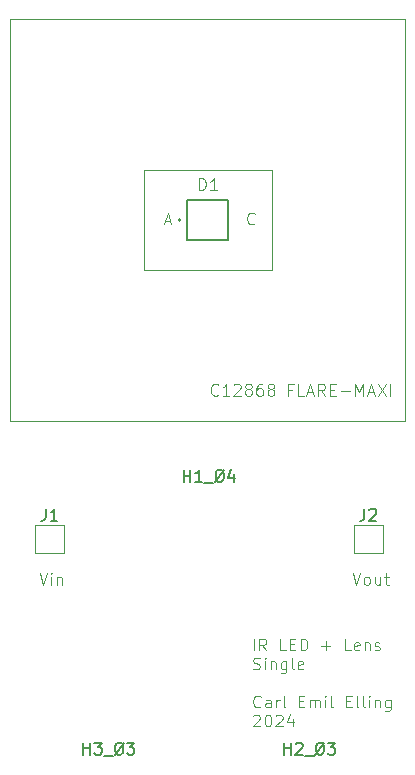
<source format=gto>
G04 #@! TF.GenerationSoftware,KiCad,Pcbnew,8.0.5*
G04 #@! TF.CreationDate,2024-10-10T13:20:31+02:00*
G04 #@! TF.ProjectId,LED_SINGLE_Board,4c45445f-5349-44e4-974c-455f426f6172,rev?*
G04 #@! TF.SameCoordinates,Original*
G04 #@! TF.FileFunction,Legend,Top*
G04 #@! TF.FilePolarity,Positive*
%FSLAX46Y46*%
G04 Gerber Fmt 4.6, Leading zero omitted, Abs format (unit mm)*
G04 Created by KiCad (PCBNEW 8.0.5) date 2024-10-10 13:20:31*
%MOMM*%
%LPD*%
G01*
G04 APERTURE LIST*
%ADD10C,0.100000*%
%ADD11C,0.150000*%
%ADD12C,0.127000*%
%ADD13C,0.200000*%
%ADD14C,0.120000*%
G04 APERTURE END LIST*
D10*
X47303884Y-77932643D02*
X47303884Y-76932643D01*
X48351502Y-77932643D02*
X48018169Y-77456452D01*
X47780074Y-77932643D02*
X47780074Y-76932643D01*
X47780074Y-76932643D02*
X48161026Y-76932643D01*
X48161026Y-76932643D02*
X48256264Y-76980262D01*
X48256264Y-76980262D02*
X48303883Y-77027881D01*
X48303883Y-77027881D02*
X48351502Y-77123119D01*
X48351502Y-77123119D02*
X48351502Y-77265976D01*
X48351502Y-77265976D02*
X48303883Y-77361214D01*
X48303883Y-77361214D02*
X48256264Y-77408833D01*
X48256264Y-77408833D02*
X48161026Y-77456452D01*
X48161026Y-77456452D02*
X47780074Y-77456452D01*
X50018169Y-77932643D02*
X49541979Y-77932643D01*
X49541979Y-77932643D02*
X49541979Y-76932643D01*
X50351503Y-77408833D02*
X50684836Y-77408833D01*
X50827693Y-77932643D02*
X50351503Y-77932643D01*
X50351503Y-77932643D02*
X50351503Y-76932643D01*
X50351503Y-76932643D02*
X50827693Y-76932643D01*
X51256265Y-77932643D02*
X51256265Y-76932643D01*
X51256265Y-76932643D02*
X51494360Y-76932643D01*
X51494360Y-76932643D02*
X51637217Y-76980262D01*
X51637217Y-76980262D02*
X51732455Y-77075500D01*
X51732455Y-77075500D02*
X51780074Y-77170738D01*
X51780074Y-77170738D02*
X51827693Y-77361214D01*
X51827693Y-77361214D02*
X51827693Y-77504071D01*
X51827693Y-77504071D02*
X51780074Y-77694547D01*
X51780074Y-77694547D02*
X51732455Y-77789785D01*
X51732455Y-77789785D02*
X51637217Y-77885024D01*
X51637217Y-77885024D02*
X51494360Y-77932643D01*
X51494360Y-77932643D02*
X51256265Y-77932643D01*
X53018170Y-77551690D02*
X53780075Y-77551690D01*
X53399122Y-77932643D02*
X53399122Y-77170738D01*
X55494360Y-77932643D02*
X55018170Y-77932643D01*
X55018170Y-77932643D02*
X55018170Y-76932643D01*
X56208646Y-77885024D02*
X56113408Y-77932643D01*
X56113408Y-77932643D02*
X55922932Y-77932643D01*
X55922932Y-77932643D02*
X55827694Y-77885024D01*
X55827694Y-77885024D02*
X55780075Y-77789785D01*
X55780075Y-77789785D02*
X55780075Y-77408833D01*
X55780075Y-77408833D02*
X55827694Y-77313595D01*
X55827694Y-77313595D02*
X55922932Y-77265976D01*
X55922932Y-77265976D02*
X56113408Y-77265976D01*
X56113408Y-77265976D02*
X56208646Y-77313595D01*
X56208646Y-77313595D02*
X56256265Y-77408833D01*
X56256265Y-77408833D02*
X56256265Y-77504071D01*
X56256265Y-77504071D02*
X55780075Y-77599309D01*
X56684837Y-77265976D02*
X56684837Y-77932643D01*
X56684837Y-77361214D02*
X56732456Y-77313595D01*
X56732456Y-77313595D02*
X56827694Y-77265976D01*
X56827694Y-77265976D02*
X56970551Y-77265976D01*
X56970551Y-77265976D02*
X57065789Y-77313595D01*
X57065789Y-77313595D02*
X57113408Y-77408833D01*
X57113408Y-77408833D02*
X57113408Y-77932643D01*
X57541980Y-77885024D02*
X57637218Y-77932643D01*
X57637218Y-77932643D02*
X57827694Y-77932643D01*
X57827694Y-77932643D02*
X57922932Y-77885024D01*
X57922932Y-77885024D02*
X57970551Y-77789785D01*
X57970551Y-77789785D02*
X57970551Y-77742166D01*
X57970551Y-77742166D02*
X57922932Y-77646928D01*
X57922932Y-77646928D02*
X57827694Y-77599309D01*
X57827694Y-77599309D02*
X57684837Y-77599309D01*
X57684837Y-77599309D02*
X57589599Y-77551690D01*
X57589599Y-77551690D02*
X57541980Y-77456452D01*
X57541980Y-77456452D02*
X57541980Y-77408833D01*
X57541980Y-77408833D02*
X57589599Y-77313595D01*
X57589599Y-77313595D02*
X57684837Y-77265976D01*
X57684837Y-77265976D02*
X57827694Y-77265976D01*
X57827694Y-77265976D02*
X57922932Y-77313595D01*
X47256265Y-79494968D02*
X47399122Y-79542587D01*
X47399122Y-79542587D02*
X47637217Y-79542587D01*
X47637217Y-79542587D02*
X47732455Y-79494968D01*
X47732455Y-79494968D02*
X47780074Y-79447348D01*
X47780074Y-79447348D02*
X47827693Y-79352110D01*
X47827693Y-79352110D02*
X47827693Y-79256872D01*
X47827693Y-79256872D02*
X47780074Y-79161634D01*
X47780074Y-79161634D02*
X47732455Y-79114015D01*
X47732455Y-79114015D02*
X47637217Y-79066396D01*
X47637217Y-79066396D02*
X47446741Y-79018777D01*
X47446741Y-79018777D02*
X47351503Y-78971158D01*
X47351503Y-78971158D02*
X47303884Y-78923539D01*
X47303884Y-78923539D02*
X47256265Y-78828301D01*
X47256265Y-78828301D02*
X47256265Y-78733063D01*
X47256265Y-78733063D02*
X47303884Y-78637825D01*
X47303884Y-78637825D02*
X47351503Y-78590206D01*
X47351503Y-78590206D02*
X47446741Y-78542587D01*
X47446741Y-78542587D02*
X47684836Y-78542587D01*
X47684836Y-78542587D02*
X47827693Y-78590206D01*
X48256265Y-79542587D02*
X48256265Y-78875920D01*
X48256265Y-78542587D02*
X48208646Y-78590206D01*
X48208646Y-78590206D02*
X48256265Y-78637825D01*
X48256265Y-78637825D02*
X48303884Y-78590206D01*
X48303884Y-78590206D02*
X48256265Y-78542587D01*
X48256265Y-78542587D02*
X48256265Y-78637825D01*
X48732455Y-78875920D02*
X48732455Y-79542587D01*
X48732455Y-78971158D02*
X48780074Y-78923539D01*
X48780074Y-78923539D02*
X48875312Y-78875920D01*
X48875312Y-78875920D02*
X49018169Y-78875920D01*
X49018169Y-78875920D02*
X49113407Y-78923539D01*
X49113407Y-78923539D02*
X49161026Y-79018777D01*
X49161026Y-79018777D02*
X49161026Y-79542587D01*
X50065788Y-78875920D02*
X50065788Y-79685444D01*
X50065788Y-79685444D02*
X50018169Y-79780682D01*
X50018169Y-79780682D02*
X49970550Y-79828301D01*
X49970550Y-79828301D02*
X49875312Y-79875920D01*
X49875312Y-79875920D02*
X49732455Y-79875920D01*
X49732455Y-79875920D02*
X49637217Y-79828301D01*
X50065788Y-79494968D02*
X49970550Y-79542587D01*
X49970550Y-79542587D02*
X49780074Y-79542587D01*
X49780074Y-79542587D02*
X49684836Y-79494968D01*
X49684836Y-79494968D02*
X49637217Y-79447348D01*
X49637217Y-79447348D02*
X49589598Y-79352110D01*
X49589598Y-79352110D02*
X49589598Y-79066396D01*
X49589598Y-79066396D02*
X49637217Y-78971158D01*
X49637217Y-78971158D02*
X49684836Y-78923539D01*
X49684836Y-78923539D02*
X49780074Y-78875920D01*
X49780074Y-78875920D02*
X49970550Y-78875920D01*
X49970550Y-78875920D02*
X50065788Y-78923539D01*
X50684836Y-79542587D02*
X50589598Y-79494968D01*
X50589598Y-79494968D02*
X50541979Y-79399729D01*
X50541979Y-79399729D02*
X50541979Y-78542587D01*
X51446741Y-79494968D02*
X51351503Y-79542587D01*
X51351503Y-79542587D02*
X51161027Y-79542587D01*
X51161027Y-79542587D02*
X51065789Y-79494968D01*
X51065789Y-79494968D02*
X51018170Y-79399729D01*
X51018170Y-79399729D02*
X51018170Y-79018777D01*
X51018170Y-79018777D02*
X51065789Y-78923539D01*
X51065789Y-78923539D02*
X51161027Y-78875920D01*
X51161027Y-78875920D02*
X51351503Y-78875920D01*
X51351503Y-78875920D02*
X51446741Y-78923539D01*
X51446741Y-78923539D02*
X51494360Y-79018777D01*
X51494360Y-79018777D02*
X51494360Y-79114015D01*
X51494360Y-79114015D02*
X51018170Y-79209253D01*
X47875312Y-82667236D02*
X47827693Y-82714856D01*
X47827693Y-82714856D02*
X47684836Y-82762475D01*
X47684836Y-82762475D02*
X47589598Y-82762475D01*
X47589598Y-82762475D02*
X47446741Y-82714856D01*
X47446741Y-82714856D02*
X47351503Y-82619617D01*
X47351503Y-82619617D02*
X47303884Y-82524379D01*
X47303884Y-82524379D02*
X47256265Y-82333903D01*
X47256265Y-82333903D02*
X47256265Y-82191046D01*
X47256265Y-82191046D02*
X47303884Y-82000570D01*
X47303884Y-82000570D02*
X47351503Y-81905332D01*
X47351503Y-81905332D02*
X47446741Y-81810094D01*
X47446741Y-81810094D02*
X47589598Y-81762475D01*
X47589598Y-81762475D02*
X47684836Y-81762475D01*
X47684836Y-81762475D02*
X47827693Y-81810094D01*
X47827693Y-81810094D02*
X47875312Y-81857713D01*
X48732455Y-82762475D02*
X48732455Y-82238665D01*
X48732455Y-82238665D02*
X48684836Y-82143427D01*
X48684836Y-82143427D02*
X48589598Y-82095808D01*
X48589598Y-82095808D02*
X48399122Y-82095808D01*
X48399122Y-82095808D02*
X48303884Y-82143427D01*
X48732455Y-82714856D02*
X48637217Y-82762475D01*
X48637217Y-82762475D02*
X48399122Y-82762475D01*
X48399122Y-82762475D02*
X48303884Y-82714856D01*
X48303884Y-82714856D02*
X48256265Y-82619617D01*
X48256265Y-82619617D02*
X48256265Y-82524379D01*
X48256265Y-82524379D02*
X48303884Y-82429141D01*
X48303884Y-82429141D02*
X48399122Y-82381522D01*
X48399122Y-82381522D02*
X48637217Y-82381522D01*
X48637217Y-82381522D02*
X48732455Y-82333903D01*
X49208646Y-82762475D02*
X49208646Y-82095808D01*
X49208646Y-82286284D02*
X49256265Y-82191046D01*
X49256265Y-82191046D02*
X49303884Y-82143427D01*
X49303884Y-82143427D02*
X49399122Y-82095808D01*
X49399122Y-82095808D02*
X49494360Y-82095808D01*
X49970551Y-82762475D02*
X49875313Y-82714856D01*
X49875313Y-82714856D02*
X49827694Y-82619617D01*
X49827694Y-82619617D02*
X49827694Y-81762475D01*
X51113409Y-82238665D02*
X51446742Y-82238665D01*
X51589599Y-82762475D02*
X51113409Y-82762475D01*
X51113409Y-82762475D02*
X51113409Y-81762475D01*
X51113409Y-81762475D02*
X51589599Y-81762475D01*
X52018171Y-82762475D02*
X52018171Y-82095808D01*
X52018171Y-82191046D02*
X52065790Y-82143427D01*
X52065790Y-82143427D02*
X52161028Y-82095808D01*
X52161028Y-82095808D02*
X52303885Y-82095808D01*
X52303885Y-82095808D02*
X52399123Y-82143427D01*
X52399123Y-82143427D02*
X52446742Y-82238665D01*
X52446742Y-82238665D02*
X52446742Y-82762475D01*
X52446742Y-82238665D02*
X52494361Y-82143427D01*
X52494361Y-82143427D02*
X52589599Y-82095808D01*
X52589599Y-82095808D02*
X52732456Y-82095808D01*
X52732456Y-82095808D02*
X52827695Y-82143427D01*
X52827695Y-82143427D02*
X52875314Y-82238665D01*
X52875314Y-82238665D02*
X52875314Y-82762475D01*
X53351504Y-82762475D02*
X53351504Y-82095808D01*
X53351504Y-81762475D02*
X53303885Y-81810094D01*
X53303885Y-81810094D02*
X53351504Y-81857713D01*
X53351504Y-81857713D02*
X53399123Y-81810094D01*
X53399123Y-81810094D02*
X53351504Y-81762475D01*
X53351504Y-81762475D02*
X53351504Y-81857713D01*
X53970551Y-82762475D02*
X53875313Y-82714856D01*
X53875313Y-82714856D02*
X53827694Y-82619617D01*
X53827694Y-82619617D02*
X53827694Y-81762475D01*
X55113409Y-82238665D02*
X55446742Y-82238665D01*
X55589599Y-82762475D02*
X55113409Y-82762475D01*
X55113409Y-82762475D02*
X55113409Y-81762475D01*
X55113409Y-81762475D02*
X55589599Y-81762475D01*
X56161028Y-82762475D02*
X56065790Y-82714856D01*
X56065790Y-82714856D02*
X56018171Y-82619617D01*
X56018171Y-82619617D02*
X56018171Y-81762475D01*
X56684838Y-82762475D02*
X56589600Y-82714856D01*
X56589600Y-82714856D02*
X56541981Y-82619617D01*
X56541981Y-82619617D02*
X56541981Y-81762475D01*
X57065791Y-82762475D02*
X57065791Y-82095808D01*
X57065791Y-81762475D02*
X57018172Y-81810094D01*
X57018172Y-81810094D02*
X57065791Y-81857713D01*
X57065791Y-81857713D02*
X57113410Y-81810094D01*
X57113410Y-81810094D02*
X57065791Y-81762475D01*
X57065791Y-81762475D02*
X57065791Y-81857713D01*
X57541981Y-82095808D02*
X57541981Y-82762475D01*
X57541981Y-82191046D02*
X57589600Y-82143427D01*
X57589600Y-82143427D02*
X57684838Y-82095808D01*
X57684838Y-82095808D02*
X57827695Y-82095808D01*
X57827695Y-82095808D02*
X57922933Y-82143427D01*
X57922933Y-82143427D02*
X57970552Y-82238665D01*
X57970552Y-82238665D02*
X57970552Y-82762475D01*
X58875314Y-82095808D02*
X58875314Y-82905332D01*
X58875314Y-82905332D02*
X58827695Y-83000570D01*
X58827695Y-83000570D02*
X58780076Y-83048189D01*
X58780076Y-83048189D02*
X58684838Y-83095808D01*
X58684838Y-83095808D02*
X58541981Y-83095808D01*
X58541981Y-83095808D02*
X58446743Y-83048189D01*
X58875314Y-82714856D02*
X58780076Y-82762475D01*
X58780076Y-82762475D02*
X58589600Y-82762475D01*
X58589600Y-82762475D02*
X58494362Y-82714856D01*
X58494362Y-82714856D02*
X58446743Y-82667236D01*
X58446743Y-82667236D02*
X58399124Y-82571998D01*
X58399124Y-82571998D02*
X58399124Y-82286284D01*
X58399124Y-82286284D02*
X58446743Y-82191046D01*
X58446743Y-82191046D02*
X58494362Y-82143427D01*
X58494362Y-82143427D02*
X58589600Y-82095808D01*
X58589600Y-82095808D02*
X58780076Y-82095808D01*
X58780076Y-82095808D02*
X58875314Y-82143427D01*
X47256265Y-83467657D02*
X47303884Y-83420038D01*
X47303884Y-83420038D02*
X47399122Y-83372419D01*
X47399122Y-83372419D02*
X47637217Y-83372419D01*
X47637217Y-83372419D02*
X47732455Y-83420038D01*
X47732455Y-83420038D02*
X47780074Y-83467657D01*
X47780074Y-83467657D02*
X47827693Y-83562895D01*
X47827693Y-83562895D02*
X47827693Y-83658133D01*
X47827693Y-83658133D02*
X47780074Y-83800990D01*
X47780074Y-83800990D02*
X47208646Y-84372419D01*
X47208646Y-84372419D02*
X47827693Y-84372419D01*
X48446741Y-83372419D02*
X48541979Y-83372419D01*
X48541979Y-83372419D02*
X48637217Y-83420038D01*
X48637217Y-83420038D02*
X48684836Y-83467657D01*
X48684836Y-83467657D02*
X48732455Y-83562895D01*
X48732455Y-83562895D02*
X48780074Y-83753371D01*
X48780074Y-83753371D02*
X48780074Y-83991466D01*
X48780074Y-83991466D02*
X48732455Y-84181942D01*
X48732455Y-84181942D02*
X48684836Y-84277180D01*
X48684836Y-84277180D02*
X48637217Y-84324800D01*
X48637217Y-84324800D02*
X48541979Y-84372419D01*
X48541979Y-84372419D02*
X48446741Y-84372419D01*
X48446741Y-84372419D02*
X48351503Y-84324800D01*
X48351503Y-84324800D02*
X48303884Y-84277180D01*
X48303884Y-84277180D02*
X48256265Y-84181942D01*
X48256265Y-84181942D02*
X48208646Y-83991466D01*
X48208646Y-83991466D02*
X48208646Y-83753371D01*
X48208646Y-83753371D02*
X48256265Y-83562895D01*
X48256265Y-83562895D02*
X48303884Y-83467657D01*
X48303884Y-83467657D02*
X48351503Y-83420038D01*
X48351503Y-83420038D02*
X48446741Y-83372419D01*
X49161027Y-83467657D02*
X49208646Y-83420038D01*
X49208646Y-83420038D02*
X49303884Y-83372419D01*
X49303884Y-83372419D02*
X49541979Y-83372419D01*
X49541979Y-83372419D02*
X49637217Y-83420038D01*
X49637217Y-83420038D02*
X49684836Y-83467657D01*
X49684836Y-83467657D02*
X49732455Y-83562895D01*
X49732455Y-83562895D02*
X49732455Y-83658133D01*
X49732455Y-83658133D02*
X49684836Y-83800990D01*
X49684836Y-83800990D02*
X49113408Y-84372419D01*
X49113408Y-84372419D02*
X49732455Y-84372419D01*
X50589598Y-83705752D02*
X50589598Y-84372419D01*
X50351503Y-83324800D02*
X50113408Y-84039085D01*
X50113408Y-84039085D02*
X50732455Y-84039085D01*
X29161027Y-71372419D02*
X29494360Y-72372419D01*
X29494360Y-72372419D02*
X29827693Y-71372419D01*
X30161027Y-72372419D02*
X30161027Y-71705752D01*
X30161027Y-71372419D02*
X30113408Y-71420038D01*
X30113408Y-71420038D02*
X30161027Y-71467657D01*
X30161027Y-71467657D02*
X30208646Y-71420038D01*
X30208646Y-71420038D02*
X30161027Y-71372419D01*
X30161027Y-71372419D02*
X30161027Y-71467657D01*
X30637217Y-71705752D02*
X30637217Y-72372419D01*
X30637217Y-71800990D02*
X30684836Y-71753371D01*
X30684836Y-71753371D02*
X30780074Y-71705752D01*
X30780074Y-71705752D02*
X30922931Y-71705752D01*
X30922931Y-71705752D02*
X31018169Y-71753371D01*
X31018169Y-71753371D02*
X31065788Y-71848609D01*
X31065788Y-71848609D02*
X31065788Y-72372419D01*
X55661027Y-71372419D02*
X55994360Y-72372419D01*
X55994360Y-72372419D02*
X56327693Y-71372419D01*
X56803884Y-72372419D02*
X56708646Y-72324800D01*
X56708646Y-72324800D02*
X56661027Y-72277180D01*
X56661027Y-72277180D02*
X56613408Y-72181942D01*
X56613408Y-72181942D02*
X56613408Y-71896228D01*
X56613408Y-71896228D02*
X56661027Y-71800990D01*
X56661027Y-71800990D02*
X56708646Y-71753371D01*
X56708646Y-71753371D02*
X56803884Y-71705752D01*
X56803884Y-71705752D02*
X56946741Y-71705752D01*
X56946741Y-71705752D02*
X57041979Y-71753371D01*
X57041979Y-71753371D02*
X57089598Y-71800990D01*
X57089598Y-71800990D02*
X57137217Y-71896228D01*
X57137217Y-71896228D02*
X57137217Y-72181942D01*
X57137217Y-72181942D02*
X57089598Y-72277180D01*
X57089598Y-72277180D02*
X57041979Y-72324800D01*
X57041979Y-72324800D02*
X56946741Y-72372419D01*
X56946741Y-72372419D02*
X56803884Y-72372419D01*
X57994360Y-71705752D02*
X57994360Y-72372419D01*
X57565789Y-71705752D02*
X57565789Y-72229561D01*
X57565789Y-72229561D02*
X57613408Y-72324800D01*
X57613408Y-72324800D02*
X57708646Y-72372419D01*
X57708646Y-72372419D02*
X57851503Y-72372419D01*
X57851503Y-72372419D02*
X57946741Y-72324800D01*
X57946741Y-72324800D02*
X57994360Y-72277180D01*
X58327694Y-71705752D02*
X58708646Y-71705752D01*
X58470551Y-71372419D02*
X58470551Y-72229561D01*
X58470551Y-72229561D02*
X58518170Y-72324800D01*
X58518170Y-72324800D02*
X58613408Y-72372419D01*
X58613408Y-72372419D02*
X58708646Y-72372419D01*
D11*
X41357143Y-63654819D02*
X41357143Y-62654819D01*
X41357143Y-63131009D02*
X41928571Y-63131009D01*
X41928571Y-63654819D02*
X41928571Y-62654819D01*
X42928571Y-63654819D02*
X42357143Y-63654819D01*
X42642857Y-63654819D02*
X42642857Y-62654819D01*
X42642857Y-62654819D02*
X42547619Y-62797676D01*
X42547619Y-62797676D02*
X42452381Y-62892914D01*
X42452381Y-62892914D02*
X42357143Y-62940533D01*
X43119048Y-63750057D02*
X43880952Y-63750057D01*
X44785714Y-62654819D02*
X44023810Y-63654819D01*
X44309524Y-63654819D02*
X44214286Y-63607200D01*
X44214286Y-63607200D02*
X44119048Y-63511961D01*
X44119048Y-63511961D02*
X44071429Y-63321485D01*
X44071429Y-63321485D02*
X44071429Y-62988152D01*
X44071429Y-62988152D02*
X44119048Y-62797676D01*
X44119048Y-62797676D02*
X44214286Y-62702438D01*
X44214286Y-62702438D02*
X44309524Y-62654819D01*
X44309524Y-62654819D02*
X44500000Y-62654819D01*
X44500000Y-62654819D02*
X44595238Y-62702438D01*
X44595238Y-62702438D02*
X44690476Y-62797676D01*
X44690476Y-62797676D02*
X44738095Y-62988152D01*
X44738095Y-62988152D02*
X44738095Y-63321485D01*
X44738095Y-63321485D02*
X44690476Y-63511961D01*
X44690476Y-63511961D02*
X44595238Y-63607200D01*
X44595238Y-63607200D02*
X44500000Y-63654819D01*
X44500000Y-63654819D02*
X44309524Y-63654819D01*
X45595238Y-62988152D02*
X45595238Y-63654819D01*
X45357143Y-62607200D02*
X45119048Y-63321485D01*
X45119048Y-63321485D02*
X45738095Y-63321485D01*
X32857143Y-86754819D02*
X32857143Y-85754819D01*
X32857143Y-86231009D02*
X33428571Y-86231009D01*
X33428571Y-86754819D02*
X33428571Y-85754819D01*
X33809524Y-85754819D02*
X34428571Y-85754819D01*
X34428571Y-85754819D02*
X34095238Y-86135771D01*
X34095238Y-86135771D02*
X34238095Y-86135771D01*
X34238095Y-86135771D02*
X34333333Y-86183390D01*
X34333333Y-86183390D02*
X34380952Y-86231009D01*
X34380952Y-86231009D02*
X34428571Y-86326247D01*
X34428571Y-86326247D02*
X34428571Y-86564342D01*
X34428571Y-86564342D02*
X34380952Y-86659580D01*
X34380952Y-86659580D02*
X34333333Y-86707200D01*
X34333333Y-86707200D02*
X34238095Y-86754819D01*
X34238095Y-86754819D02*
X33952381Y-86754819D01*
X33952381Y-86754819D02*
X33857143Y-86707200D01*
X33857143Y-86707200D02*
X33809524Y-86659580D01*
X34619048Y-86850057D02*
X35380952Y-86850057D01*
X36285714Y-85754819D02*
X35523810Y-86754819D01*
X35809524Y-86754819D02*
X35714286Y-86707200D01*
X35714286Y-86707200D02*
X35619048Y-86611961D01*
X35619048Y-86611961D02*
X35571429Y-86421485D01*
X35571429Y-86421485D02*
X35571429Y-86088152D01*
X35571429Y-86088152D02*
X35619048Y-85897676D01*
X35619048Y-85897676D02*
X35714286Y-85802438D01*
X35714286Y-85802438D02*
X35809524Y-85754819D01*
X35809524Y-85754819D02*
X36000000Y-85754819D01*
X36000000Y-85754819D02*
X36095238Y-85802438D01*
X36095238Y-85802438D02*
X36190476Y-85897676D01*
X36190476Y-85897676D02*
X36238095Y-86088152D01*
X36238095Y-86088152D02*
X36238095Y-86421485D01*
X36238095Y-86421485D02*
X36190476Y-86611961D01*
X36190476Y-86611961D02*
X36095238Y-86707200D01*
X36095238Y-86707200D02*
X36000000Y-86754819D01*
X36000000Y-86754819D02*
X35809524Y-86754819D01*
X36571429Y-85754819D02*
X37190476Y-85754819D01*
X37190476Y-85754819D02*
X36857143Y-86135771D01*
X36857143Y-86135771D02*
X37000000Y-86135771D01*
X37000000Y-86135771D02*
X37095238Y-86183390D01*
X37095238Y-86183390D02*
X37142857Y-86231009D01*
X37142857Y-86231009D02*
X37190476Y-86326247D01*
X37190476Y-86326247D02*
X37190476Y-86564342D01*
X37190476Y-86564342D02*
X37142857Y-86659580D01*
X37142857Y-86659580D02*
X37095238Y-86707200D01*
X37095238Y-86707200D02*
X37000000Y-86754819D01*
X37000000Y-86754819D02*
X36714286Y-86754819D01*
X36714286Y-86754819D02*
X36619048Y-86707200D01*
X36619048Y-86707200D02*
X36571429Y-86659580D01*
X49857143Y-86754819D02*
X49857143Y-85754819D01*
X49857143Y-86231009D02*
X50428571Y-86231009D01*
X50428571Y-86754819D02*
X50428571Y-85754819D01*
X50857143Y-85850057D02*
X50904762Y-85802438D01*
X50904762Y-85802438D02*
X51000000Y-85754819D01*
X51000000Y-85754819D02*
X51238095Y-85754819D01*
X51238095Y-85754819D02*
X51333333Y-85802438D01*
X51333333Y-85802438D02*
X51380952Y-85850057D01*
X51380952Y-85850057D02*
X51428571Y-85945295D01*
X51428571Y-85945295D02*
X51428571Y-86040533D01*
X51428571Y-86040533D02*
X51380952Y-86183390D01*
X51380952Y-86183390D02*
X50809524Y-86754819D01*
X50809524Y-86754819D02*
X51428571Y-86754819D01*
X51619048Y-86850057D02*
X52380952Y-86850057D01*
X53285714Y-85754819D02*
X52523810Y-86754819D01*
X52809524Y-86754819D02*
X52714286Y-86707200D01*
X52714286Y-86707200D02*
X52619048Y-86611961D01*
X52619048Y-86611961D02*
X52571429Y-86421485D01*
X52571429Y-86421485D02*
X52571429Y-86088152D01*
X52571429Y-86088152D02*
X52619048Y-85897676D01*
X52619048Y-85897676D02*
X52714286Y-85802438D01*
X52714286Y-85802438D02*
X52809524Y-85754819D01*
X52809524Y-85754819D02*
X53000000Y-85754819D01*
X53000000Y-85754819D02*
X53095238Y-85802438D01*
X53095238Y-85802438D02*
X53190476Y-85897676D01*
X53190476Y-85897676D02*
X53238095Y-86088152D01*
X53238095Y-86088152D02*
X53238095Y-86421485D01*
X53238095Y-86421485D02*
X53190476Y-86611961D01*
X53190476Y-86611961D02*
X53095238Y-86707200D01*
X53095238Y-86707200D02*
X53000000Y-86754819D01*
X53000000Y-86754819D02*
X52809524Y-86754819D01*
X53571429Y-85754819D02*
X54190476Y-85754819D01*
X54190476Y-85754819D02*
X53857143Y-86135771D01*
X53857143Y-86135771D02*
X54000000Y-86135771D01*
X54000000Y-86135771D02*
X54095238Y-86183390D01*
X54095238Y-86183390D02*
X54142857Y-86231009D01*
X54142857Y-86231009D02*
X54190476Y-86326247D01*
X54190476Y-86326247D02*
X54190476Y-86564342D01*
X54190476Y-86564342D02*
X54142857Y-86659580D01*
X54142857Y-86659580D02*
X54095238Y-86707200D01*
X54095238Y-86707200D02*
X54000000Y-86754819D01*
X54000000Y-86754819D02*
X53714286Y-86754819D01*
X53714286Y-86754819D02*
X53619048Y-86707200D01*
X53619048Y-86707200D02*
X53571429Y-86659580D01*
D10*
X42661905Y-38957419D02*
X42661905Y-37957419D01*
X42661905Y-37957419D02*
X42900000Y-37957419D01*
X42900000Y-37957419D02*
X43042857Y-38005038D01*
X43042857Y-38005038D02*
X43138095Y-38100276D01*
X43138095Y-38100276D02*
X43185714Y-38195514D01*
X43185714Y-38195514D02*
X43233333Y-38385990D01*
X43233333Y-38385990D02*
X43233333Y-38528847D01*
X43233333Y-38528847D02*
X43185714Y-38719323D01*
X43185714Y-38719323D02*
X43138095Y-38814561D01*
X43138095Y-38814561D02*
X43042857Y-38909800D01*
X43042857Y-38909800D02*
X42900000Y-38957419D01*
X42900000Y-38957419D02*
X42661905Y-38957419D01*
X44185714Y-38957419D02*
X43614286Y-38957419D01*
X43900000Y-38957419D02*
X43900000Y-37957419D01*
X43900000Y-37957419D02*
X43804762Y-38100276D01*
X43804762Y-38100276D02*
X43709524Y-38195514D01*
X43709524Y-38195514D02*
X43614286Y-38243133D01*
X47375312Y-41777180D02*
X47327693Y-41824800D01*
X47327693Y-41824800D02*
X47184836Y-41872419D01*
X47184836Y-41872419D02*
X47089598Y-41872419D01*
X47089598Y-41872419D02*
X46946741Y-41824800D01*
X46946741Y-41824800D02*
X46851503Y-41729561D01*
X46851503Y-41729561D02*
X46803884Y-41634323D01*
X46803884Y-41634323D02*
X46756265Y-41443847D01*
X46756265Y-41443847D02*
X46756265Y-41300990D01*
X46756265Y-41300990D02*
X46803884Y-41110514D01*
X46803884Y-41110514D02*
X46851503Y-41015276D01*
X46851503Y-41015276D02*
X46946741Y-40920038D01*
X46946741Y-40920038D02*
X47089598Y-40872419D01*
X47089598Y-40872419D02*
X47184836Y-40872419D01*
X47184836Y-40872419D02*
X47327693Y-40920038D01*
X47327693Y-40920038D02*
X47375312Y-40967657D01*
X39756265Y-41586704D02*
X40232455Y-41586704D01*
X39661027Y-41872419D02*
X39994360Y-40872419D01*
X39994360Y-40872419D02*
X40327693Y-41872419D01*
X44275312Y-56277180D02*
X44227693Y-56324800D01*
X44227693Y-56324800D02*
X44084836Y-56372419D01*
X44084836Y-56372419D02*
X43989598Y-56372419D01*
X43989598Y-56372419D02*
X43846741Y-56324800D01*
X43846741Y-56324800D02*
X43751503Y-56229561D01*
X43751503Y-56229561D02*
X43703884Y-56134323D01*
X43703884Y-56134323D02*
X43656265Y-55943847D01*
X43656265Y-55943847D02*
X43656265Y-55800990D01*
X43656265Y-55800990D02*
X43703884Y-55610514D01*
X43703884Y-55610514D02*
X43751503Y-55515276D01*
X43751503Y-55515276D02*
X43846741Y-55420038D01*
X43846741Y-55420038D02*
X43989598Y-55372419D01*
X43989598Y-55372419D02*
X44084836Y-55372419D01*
X44084836Y-55372419D02*
X44227693Y-55420038D01*
X44227693Y-55420038D02*
X44275312Y-55467657D01*
X45227693Y-56372419D02*
X44656265Y-56372419D01*
X44941979Y-56372419D02*
X44941979Y-55372419D01*
X44941979Y-55372419D02*
X44846741Y-55515276D01*
X44846741Y-55515276D02*
X44751503Y-55610514D01*
X44751503Y-55610514D02*
X44656265Y-55658133D01*
X45608646Y-55467657D02*
X45656265Y-55420038D01*
X45656265Y-55420038D02*
X45751503Y-55372419D01*
X45751503Y-55372419D02*
X45989598Y-55372419D01*
X45989598Y-55372419D02*
X46084836Y-55420038D01*
X46084836Y-55420038D02*
X46132455Y-55467657D01*
X46132455Y-55467657D02*
X46180074Y-55562895D01*
X46180074Y-55562895D02*
X46180074Y-55658133D01*
X46180074Y-55658133D02*
X46132455Y-55800990D01*
X46132455Y-55800990D02*
X45561027Y-56372419D01*
X45561027Y-56372419D02*
X46180074Y-56372419D01*
X46751503Y-55800990D02*
X46656265Y-55753371D01*
X46656265Y-55753371D02*
X46608646Y-55705752D01*
X46608646Y-55705752D02*
X46561027Y-55610514D01*
X46561027Y-55610514D02*
X46561027Y-55562895D01*
X46561027Y-55562895D02*
X46608646Y-55467657D01*
X46608646Y-55467657D02*
X46656265Y-55420038D01*
X46656265Y-55420038D02*
X46751503Y-55372419D01*
X46751503Y-55372419D02*
X46941979Y-55372419D01*
X46941979Y-55372419D02*
X47037217Y-55420038D01*
X47037217Y-55420038D02*
X47084836Y-55467657D01*
X47084836Y-55467657D02*
X47132455Y-55562895D01*
X47132455Y-55562895D02*
X47132455Y-55610514D01*
X47132455Y-55610514D02*
X47084836Y-55705752D01*
X47084836Y-55705752D02*
X47037217Y-55753371D01*
X47037217Y-55753371D02*
X46941979Y-55800990D01*
X46941979Y-55800990D02*
X46751503Y-55800990D01*
X46751503Y-55800990D02*
X46656265Y-55848609D01*
X46656265Y-55848609D02*
X46608646Y-55896228D01*
X46608646Y-55896228D02*
X46561027Y-55991466D01*
X46561027Y-55991466D02*
X46561027Y-56181942D01*
X46561027Y-56181942D02*
X46608646Y-56277180D01*
X46608646Y-56277180D02*
X46656265Y-56324800D01*
X46656265Y-56324800D02*
X46751503Y-56372419D01*
X46751503Y-56372419D02*
X46941979Y-56372419D01*
X46941979Y-56372419D02*
X47037217Y-56324800D01*
X47037217Y-56324800D02*
X47084836Y-56277180D01*
X47084836Y-56277180D02*
X47132455Y-56181942D01*
X47132455Y-56181942D02*
X47132455Y-55991466D01*
X47132455Y-55991466D02*
X47084836Y-55896228D01*
X47084836Y-55896228D02*
X47037217Y-55848609D01*
X47037217Y-55848609D02*
X46941979Y-55800990D01*
X47989598Y-55372419D02*
X47799122Y-55372419D01*
X47799122Y-55372419D02*
X47703884Y-55420038D01*
X47703884Y-55420038D02*
X47656265Y-55467657D01*
X47656265Y-55467657D02*
X47561027Y-55610514D01*
X47561027Y-55610514D02*
X47513408Y-55800990D01*
X47513408Y-55800990D02*
X47513408Y-56181942D01*
X47513408Y-56181942D02*
X47561027Y-56277180D01*
X47561027Y-56277180D02*
X47608646Y-56324800D01*
X47608646Y-56324800D02*
X47703884Y-56372419D01*
X47703884Y-56372419D02*
X47894360Y-56372419D01*
X47894360Y-56372419D02*
X47989598Y-56324800D01*
X47989598Y-56324800D02*
X48037217Y-56277180D01*
X48037217Y-56277180D02*
X48084836Y-56181942D01*
X48084836Y-56181942D02*
X48084836Y-55943847D01*
X48084836Y-55943847D02*
X48037217Y-55848609D01*
X48037217Y-55848609D02*
X47989598Y-55800990D01*
X47989598Y-55800990D02*
X47894360Y-55753371D01*
X47894360Y-55753371D02*
X47703884Y-55753371D01*
X47703884Y-55753371D02*
X47608646Y-55800990D01*
X47608646Y-55800990D02*
X47561027Y-55848609D01*
X47561027Y-55848609D02*
X47513408Y-55943847D01*
X48656265Y-55800990D02*
X48561027Y-55753371D01*
X48561027Y-55753371D02*
X48513408Y-55705752D01*
X48513408Y-55705752D02*
X48465789Y-55610514D01*
X48465789Y-55610514D02*
X48465789Y-55562895D01*
X48465789Y-55562895D02*
X48513408Y-55467657D01*
X48513408Y-55467657D02*
X48561027Y-55420038D01*
X48561027Y-55420038D02*
X48656265Y-55372419D01*
X48656265Y-55372419D02*
X48846741Y-55372419D01*
X48846741Y-55372419D02*
X48941979Y-55420038D01*
X48941979Y-55420038D02*
X48989598Y-55467657D01*
X48989598Y-55467657D02*
X49037217Y-55562895D01*
X49037217Y-55562895D02*
X49037217Y-55610514D01*
X49037217Y-55610514D02*
X48989598Y-55705752D01*
X48989598Y-55705752D02*
X48941979Y-55753371D01*
X48941979Y-55753371D02*
X48846741Y-55800990D01*
X48846741Y-55800990D02*
X48656265Y-55800990D01*
X48656265Y-55800990D02*
X48561027Y-55848609D01*
X48561027Y-55848609D02*
X48513408Y-55896228D01*
X48513408Y-55896228D02*
X48465789Y-55991466D01*
X48465789Y-55991466D02*
X48465789Y-56181942D01*
X48465789Y-56181942D02*
X48513408Y-56277180D01*
X48513408Y-56277180D02*
X48561027Y-56324800D01*
X48561027Y-56324800D02*
X48656265Y-56372419D01*
X48656265Y-56372419D02*
X48846741Y-56372419D01*
X48846741Y-56372419D02*
X48941979Y-56324800D01*
X48941979Y-56324800D02*
X48989598Y-56277180D01*
X48989598Y-56277180D02*
X49037217Y-56181942D01*
X49037217Y-56181942D02*
X49037217Y-55991466D01*
X49037217Y-55991466D02*
X48989598Y-55896228D01*
X48989598Y-55896228D02*
X48941979Y-55848609D01*
X48941979Y-55848609D02*
X48846741Y-55800990D01*
X50561027Y-55848609D02*
X50227694Y-55848609D01*
X50227694Y-56372419D02*
X50227694Y-55372419D01*
X50227694Y-55372419D02*
X50703884Y-55372419D01*
X51561027Y-56372419D02*
X51084837Y-56372419D01*
X51084837Y-56372419D02*
X51084837Y-55372419D01*
X51846742Y-56086704D02*
X52322932Y-56086704D01*
X51751504Y-56372419D02*
X52084837Y-55372419D01*
X52084837Y-55372419D02*
X52418170Y-56372419D01*
X53322932Y-56372419D02*
X52989599Y-55896228D01*
X52751504Y-56372419D02*
X52751504Y-55372419D01*
X52751504Y-55372419D02*
X53132456Y-55372419D01*
X53132456Y-55372419D02*
X53227694Y-55420038D01*
X53227694Y-55420038D02*
X53275313Y-55467657D01*
X53275313Y-55467657D02*
X53322932Y-55562895D01*
X53322932Y-55562895D02*
X53322932Y-55705752D01*
X53322932Y-55705752D02*
X53275313Y-55800990D01*
X53275313Y-55800990D02*
X53227694Y-55848609D01*
X53227694Y-55848609D02*
X53132456Y-55896228D01*
X53132456Y-55896228D02*
X52751504Y-55896228D01*
X53751504Y-55848609D02*
X54084837Y-55848609D01*
X54227694Y-56372419D02*
X53751504Y-56372419D01*
X53751504Y-56372419D02*
X53751504Y-55372419D01*
X53751504Y-55372419D02*
X54227694Y-55372419D01*
X54656266Y-55991466D02*
X55418171Y-55991466D01*
X55894361Y-56372419D02*
X55894361Y-55372419D01*
X55894361Y-55372419D02*
X56227694Y-56086704D01*
X56227694Y-56086704D02*
X56561027Y-55372419D01*
X56561027Y-55372419D02*
X56561027Y-56372419D01*
X56989599Y-56086704D02*
X57465789Y-56086704D01*
X56894361Y-56372419D02*
X57227694Y-55372419D01*
X57227694Y-55372419D02*
X57561027Y-56372419D01*
X57799123Y-55372419D02*
X58465789Y-56372419D01*
X58465789Y-55372419D02*
X57799123Y-56372419D01*
X58846742Y-56372419D02*
X58846742Y-55372419D01*
D11*
X56666666Y-65956819D02*
X56666666Y-66671104D01*
X56666666Y-66671104D02*
X56619047Y-66813961D01*
X56619047Y-66813961D02*
X56523809Y-66909200D01*
X56523809Y-66909200D02*
X56380952Y-66956819D01*
X56380952Y-66956819D02*
X56285714Y-66956819D01*
X57095238Y-66052057D02*
X57142857Y-66004438D01*
X57142857Y-66004438D02*
X57238095Y-65956819D01*
X57238095Y-65956819D02*
X57476190Y-65956819D01*
X57476190Y-65956819D02*
X57571428Y-66004438D01*
X57571428Y-66004438D02*
X57619047Y-66052057D01*
X57619047Y-66052057D02*
X57666666Y-66147295D01*
X57666666Y-66147295D02*
X57666666Y-66242533D01*
X57666666Y-66242533D02*
X57619047Y-66385390D01*
X57619047Y-66385390D02*
X57047619Y-66956819D01*
X57047619Y-66956819D02*
X57666666Y-66956819D01*
X29666666Y-65956819D02*
X29666666Y-66671104D01*
X29666666Y-66671104D02*
X29619047Y-66813961D01*
X29619047Y-66813961D02*
X29523809Y-66909200D01*
X29523809Y-66909200D02*
X29380952Y-66956819D01*
X29380952Y-66956819D02*
X29285714Y-66956819D01*
X30666666Y-66956819D02*
X30095238Y-66956819D01*
X30380952Y-66956819D02*
X30380952Y-65956819D01*
X30380952Y-65956819D02*
X30285714Y-66099676D01*
X30285714Y-66099676D02*
X30190476Y-66194914D01*
X30190476Y-66194914D02*
X30095238Y-66242533D01*
D12*
X41675000Y-39775000D02*
X45125000Y-39775000D01*
X41675000Y-43225000D02*
X41675000Y-39775000D01*
X45125000Y-39775000D02*
X45125000Y-43225000D01*
X45125000Y-43225000D02*
X41675000Y-43225000D01*
D10*
X26700000Y-24500000D02*
X60100000Y-24500000D01*
X60100000Y-58500000D01*
X26700000Y-58500000D01*
X26700000Y-24500000D01*
X38000000Y-37300000D02*
X48800000Y-37300000D01*
X48800000Y-45700000D01*
X38000000Y-45700000D01*
X38000000Y-37300000D01*
D13*
X41100000Y-41500000D02*
G75*
G02*
X40900000Y-41500000I-100000J0D01*
G01*
X40900000Y-41500000D02*
G75*
G02*
X41100000Y-41500000I100000J0D01*
G01*
D14*
X55800000Y-67300000D02*
X58200000Y-67300000D01*
X55800000Y-69700000D02*
X55800000Y-67300000D01*
X58200000Y-67300000D02*
X58200000Y-69700000D01*
X58200000Y-69700000D02*
X55800000Y-69700000D01*
X28800000Y-67300000D02*
X31200000Y-67300000D01*
X28800000Y-69700000D02*
X28800000Y-67300000D01*
X31200000Y-67300000D02*
X31200000Y-69700000D01*
X31200000Y-69700000D02*
X28800000Y-69700000D01*
M02*

</source>
